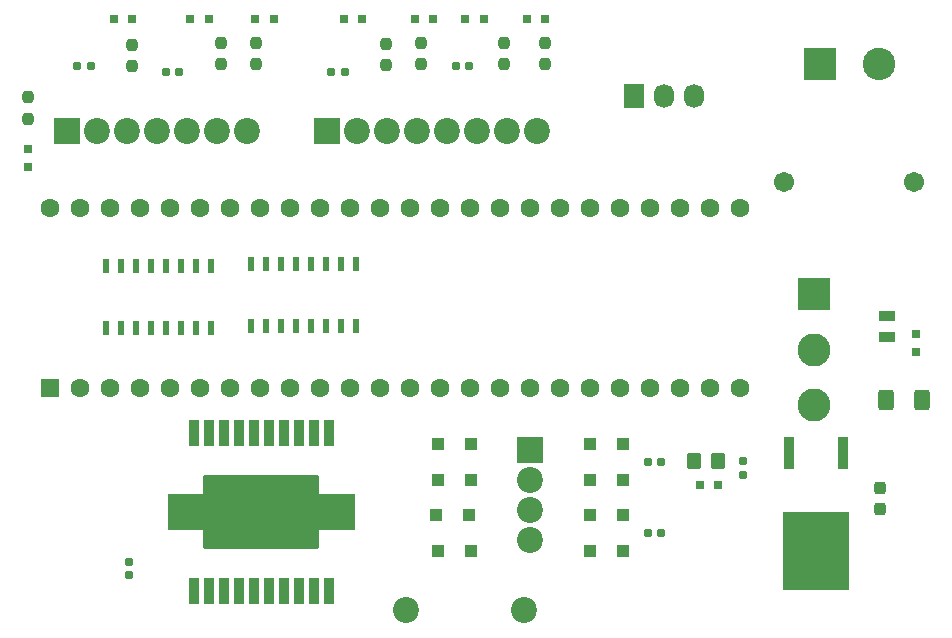
<source format=gbr>
%TF.GenerationSoftware,KiCad,Pcbnew,7.0.8*%
%TF.CreationDate,2024-02-12T15:09:04-05:00*%
%TF.ProjectId,wasabi(PCBlayout),77617361-6269-4285-9043-426c61796f75,rev?*%
%TF.SameCoordinates,Original*%
%TF.FileFunction,Soldermask,Top*%
%TF.FilePolarity,Negative*%
%FSLAX46Y46*%
G04 Gerber Fmt 4.6, Leading zero omitted, Abs format (unit mm)*
G04 Created by KiCad (PCBNEW 7.0.8) date 2024-02-12 15:09:04*
%MOMM*%
%LPD*%
G01*
G04 APERTURE LIST*
G04 Aperture macros list*
%AMRoundRect*
0 Rectangle with rounded corners*
0 $1 Rounding radius*
0 $2 $3 $4 $5 $6 $7 $8 $9 X,Y pos of 4 corners*
0 Add a 4 corners polygon primitive as box body*
4,1,4,$2,$3,$4,$5,$6,$7,$8,$9,$2,$3,0*
0 Add four circle primitives for the rounded corners*
1,1,$1+$1,$2,$3*
1,1,$1+$1,$4,$5*
1,1,$1+$1,$6,$7*
1,1,$1+$1,$8,$9*
0 Add four rect primitives between the rounded corners*
20,1,$1+$1,$2,$3,$4,$5,0*
20,1,$1+$1,$4,$5,$6,$7,0*
20,1,$1+$1,$6,$7,$8,$9,0*
20,1,$1+$1,$8,$9,$2,$3,0*%
G04 Aperture macros list end*
%ADD10R,1.600000X1.600000*%
%ADD11C,1.600000*%
%ADD12C,2.200000*%
%ADD13RoundRect,0.237500X-0.237500X0.250000X-0.237500X-0.250000X0.237500X-0.250000X0.237500X0.250000X0*%
%ADD14R,1.397000X0.901700*%
%ADD15RoundRect,0.250000X-0.350000X-0.450000X0.350000X-0.450000X0.350000X0.450000X-0.350000X0.450000X0*%
%ADD16R,2.200000X2.200000*%
%ADD17R,0.711200X0.762000*%
%ADD18RoundRect,0.250000X0.400000X0.625000X-0.400000X0.625000X-0.400000X-0.625000X0.400000X-0.625000X0*%
%ADD19RoundRect,0.250000X0.300000X0.300000X-0.300000X0.300000X-0.300000X-0.300000X0.300000X-0.300000X0*%
%ADD20R,0.762000X0.711200*%
%ADD21RoundRect,0.237500X0.237500X-0.250000X0.237500X0.250000X-0.237500X0.250000X-0.237500X-0.250000X0*%
%ADD22RoundRect,0.155000X-0.212500X-0.155000X0.212500X-0.155000X0.212500X0.155000X-0.212500X0.155000X0*%
%ADD23RoundRect,0.102000X-0.350000X1.000000X-0.350000X-1.000000X0.350000X-1.000000X0.350000X1.000000X0*%
%ADD24RoundRect,0.102000X4.800000X3.000000X-4.800000X3.000000X-4.800000X-3.000000X4.800000X-3.000000X0*%
%ADD25RoundRect,0.102000X-1.525000X-1.450000X1.525000X-1.450000X1.525000X1.450000X-1.525000X1.450000X0*%
%ADD26R,1.730000X2.030000*%
%ADD27O,1.730000X2.030000*%
%ADD28R,0.939800X2.794000*%
%ADD29R,5.613400X6.604000*%
%ADD30RoundRect,0.155000X0.155000X-0.212500X0.155000X0.212500X-0.155000X0.212500X-0.155000X-0.212500X0*%
%ADD31RoundRect,0.237500X-0.237500X0.300000X-0.237500X-0.300000X0.237500X-0.300000X0.237500X0.300000X0*%
%ADD32R,0.482600X1.257300*%
%ADD33R,2.794000X2.794000*%
%ADD34C,2.794000*%
%ADD35C,2.754000*%
%ADD36RoundRect,0.102000X-1.275000X-1.275000X1.275000X-1.275000X1.275000X1.275000X-1.275000X1.275000X0*%
%ADD37C,1.712000*%
G04 APERTURE END LIST*
D10*
%TO.C,U2*%
X134360000Y-78740000D03*
D11*
X136900000Y-78740000D03*
X139440000Y-78740000D03*
X141980000Y-78740000D03*
X144520000Y-78740000D03*
X147060000Y-78740000D03*
X149600000Y-78740000D03*
X152140000Y-78740000D03*
X154680000Y-78740000D03*
X157220000Y-78740000D03*
X159760000Y-78740000D03*
X162300000Y-78740000D03*
X164840000Y-78740000D03*
X167380000Y-78740000D03*
X169920000Y-78740000D03*
X172460000Y-78740000D03*
X175000000Y-78740000D03*
X177540000Y-78740000D03*
X180080000Y-78740000D03*
X182620000Y-78740000D03*
X185160000Y-78740000D03*
X187700000Y-78740000D03*
X190240000Y-78740000D03*
X192780000Y-78740000D03*
X192780000Y-63500000D03*
X190240000Y-63500000D03*
X187700000Y-63500000D03*
X185160000Y-63500000D03*
X182620000Y-63500000D03*
X180080000Y-63500000D03*
X177540000Y-63500000D03*
X175000000Y-63500000D03*
X172460000Y-63500000D03*
X169920000Y-63500000D03*
X167380000Y-63500000D03*
X164840000Y-63500000D03*
X162300000Y-63500000D03*
X159760000Y-63500000D03*
X157220000Y-63500000D03*
X154680000Y-63500000D03*
X152140000Y-63500000D03*
X149600000Y-63500000D03*
X147060000Y-63500000D03*
X144520000Y-63500000D03*
X141980000Y-63500000D03*
X139440000Y-63500000D03*
X136900000Y-63500000D03*
X134360000Y-63500000D03*
%TD*%
D12*
%TO.C,H2*%
X164500000Y-97500000D03*
%TD*%
%TO.C,H1*%
X174500000Y-97500000D03*
%TD*%
D13*
%TO.C,R9*%
X176274700Y-49500000D03*
X176274700Y-51325000D03*
%TD*%
D14*
%TO.C,F1*%
X205182000Y-72637900D03*
X205182000Y-74428600D03*
%TD*%
D15*
%TO.C,R8*%
X188896000Y-84933100D03*
X190896000Y-84933100D03*
%TD*%
D16*
%TO.C,J4*%
X135800000Y-57000000D03*
D12*
X138340000Y-57000000D03*
X140880000Y-57000000D03*
X143420000Y-57000000D03*
X145960000Y-57000000D03*
X148500000Y-57000000D03*
X151040000Y-57000000D03*
%TD*%
D17*
%TO.C,LED2*%
X207682000Y-74137900D03*
X207682000Y-75687300D03*
%TD*%
D18*
%TO.C,R2*%
X208182000Y-79704800D03*
X205082000Y-79704800D03*
%TD*%
D19*
%TO.C,D1*%
X182850000Y-83500000D03*
X180050000Y-83500000D03*
%TD*%
%TO.C,D3*%
X182850000Y-89500000D03*
X180050000Y-89500000D03*
%TD*%
D20*
%TO.C,LED7*%
X151725300Y-47500000D03*
X153274700Y-47500000D03*
%TD*%
%TO.C,LED5*%
X139725300Y-47500000D03*
X141274700Y-47500000D03*
%TD*%
D13*
%TO.C,R5*%
X141274700Y-49675000D03*
X141274700Y-51500000D03*
%TD*%
D20*
%TO.C,LED6*%
X166774700Y-47500000D03*
X165225300Y-47500000D03*
%TD*%
D21*
%TO.C,R1*%
X132500000Y-55912500D03*
X132500000Y-54087500D03*
%TD*%
D22*
%TO.C,C1*%
X184950000Y-85000000D03*
X186085000Y-85000000D03*
%TD*%
D20*
%TO.C,LED3*%
X159225300Y-47500000D03*
X160774700Y-47500000D03*
%TD*%
D17*
%TO.C,LED1*%
X132500000Y-60000000D03*
X132500000Y-58450600D03*
%TD*%
D16*
%TO.C,J1*%
X174950000Y-83960000D03*
D12*
X174950000Y-86500000D03*
X174950000Y-89040000D03*
X174950000Y-91580000D03*
%TD*%
D23*
%TO.C,IC1*%
X157930000Y-82500000D03*
X156660000Y-82500000D03*
X155390000Y-82500000D03*
X154120000Y-82500000D03*
X152850000Y-82500000D03*
X151580000Y-82500000D03*
X150310000Y-82500000D03*
X149040000Y-82500000D03*
X147770000Y-82500000D03*
X146500000Y-82500000D03*
X146500000Y-95900000D03*
X147770000Y-95900000D03*
X149040000Y-95900000D03*
X150310000Y-95900000D03*
X151580000Y-95900000D03*
X152850000Y-95900000D03*
X154120000Y-95900000D03*
X155390000Y-95900000D03*
X156660000Y-95900000D03*
X157930000Y-95900000D03*
D24*
X152215000Y-89200000D03*
D25*
X158515000Y-89200000D03*
X145915000Y-89200000D03*
%TD*%
D22*
%TO.C,C7*%
X168707200Y-51500000D03*
X169842200Y-51500000D03*
%TD*%
%TO.C,C6*%
X158139700Y-52000000D03*
X159274700Y-52000000D03*
%TD*%
%TO.C,C3*%
X136639700Y-51500000D03*
X137774700Y-51500000D03*
%TD*%
D20*
%TO.C,LED8*%
X190896000Y-86933100D03*
X189346600Y-86933100D03*
%TD*%
D26*
%TO.C,J2*%
X183800000Y-54000000D03*
D27*
X186340000Y-54000000D03*
X188880000Y-54000000D03*
%TD*%
D28*
%TO.C,U5*%
X201468000Y-84199000D03*
X196896000Y-84199000D03*
D29*
X199182000Y-92504800D03*
%TD*%
D30*
%TO.C,C9*%
X141000000Y-94567500D03*
X141000000Y-93432500D03*
%TD*%
D13*
%TO.C,R6*%
X165774700Y-49500000D03*
X165774700Y-51325000D03*
%TD*%
%TO.C,R10*%
X148774700Y-49500000D03*
X148774700Y-51325000D03*
%TD*%
%TO.C,R7*%
X151774700Y-49500000D03*
X151774700Y-51325000D03*
%TD*%
%TO.C,R4*%
X172774700Y-49500000D03*
X172774700Y-51325000D03*
%TD*%
D19*
%TO.C,D2*%
X182850000Y-86500000D03*
X180050000Y-86500000D03*
%TD*%
%TO.C,D5*%
X169950000Y-83500000D03*
X167150000Y-83500000D03*
%TD*%
D31*
%TO.C,C5*%
X204578000Y-87208500D03*
X204578000Y-88933500D03*
%TD*%
D32*
%TO.C,U1*%
X139055000Y-73622550D03*
X140325000Y-73622550D03*
X141595000Y-73622550D03*
X142865000Y-73622550D03*
X144135000Y-73622550D03*
X145405000Y-73622550D03*
X146675000Y-73622550D03*
X147945000Y-73622550D03*
X147945000Y-68377450D03*
X146675000Y-68377450D03*
X145405000Y-68377450D03*
X144135000Y-68377450D03*
X142865000Y-68377450D03*
X141595000Y-68377450D03*
X140325000Y-68377450D03*
X139055000Y-68377450D03*
%TD*%
D30*
%TO.C,C8*%
X193000000Y-86067500D03*
X193000000Y-84932500D03*
%TD*%
D22*
%TO.C,C4*%
X144139700Y-52000000D03*
X145274700Y-52000000D03*
%TD*%
D19*
%TO.C,D8*%
X169950000Y-92500000D03*
X167150000Y-92500000D03*
%TD*%
%TO.C,D7*%
X169850000Y-89500000D03*
X167050000Y-89500000D03*
%TD*%
D16*
%TO.C,J5*%
X157800000Y-57000000D03*
D12*
X160340000Y-57000000D03*
X162880000Y-57000000D03*
X165420000Y-57000000D03*
X167960000Y-57000000D03*
X170500000Y-57000000D03*
X173040000Y-57000000D03*
X175580000Y-57000000D03*
%TD*%
D32*
%TO.C,U3*%
X151380000Y-68254900D03*
X152650000Y-68254900D03*
X153920000Y-68254900D03*
X155190000Y-68254900D03*
X156460000Y-68254900D03*
X157730000Y-68254900D03*
X159000000Y-68254900D03*
X160270000Y-68254900D03*
X160270000Y-73500000D03*
X159000000Y-73500000D03*
X157730000Y-73500000D03*
X156460000Y-73500000D03*
X155190000Y-73500000D03*
X153920000Y-73500000D03*
X152650000Y-73500000D03*
X151380000Y-73500000D03*
%TD*%
D20*
%TO.C,LED10*%
X146225300Y-47500000D03*
X147774700Y-47500000D03*
%TD*%
%TO.C,LED4*%
X169500000Y-47500000D03*
X171049400Y-47500000D03*
%TD*%
%TO.C,LED9*%
X174725300Y-47500000D03*
X176274700Y-47500000D03*
%TD*%
D19*
%TO.C,D6*%
X169950000Y-86500000D03*
X167150000Y-86500000D03*
%TD*%
%TO.C,D4*%
X182850000Y-92500000D03*
X180050000Y-92500000D03*
%TD*%
D13*
%TO.C,R3*%
X162774700Y-49587500D03*
X162774700Y-51412500D03*
%TD*%
D22*
%TO.C,C2*%
X184950000Y-91000000D03*
X186085000Y-91000000D03*
%TD*%
D33*
%TO.C,U4*%
X199000000Y-70801000D03*
D34*
X199000000Y-75500000D03*
X199000000Y-80199000D03*
%TD*%
D35*
%TO.C,J3*%
X204500000Y-51294250D03*
D36*
X199500000Y-51294250D03*
D37*
X207500000Y-61294250D03*
X196500000Y-61294250D03*
%TD*%
M02*

</source>
